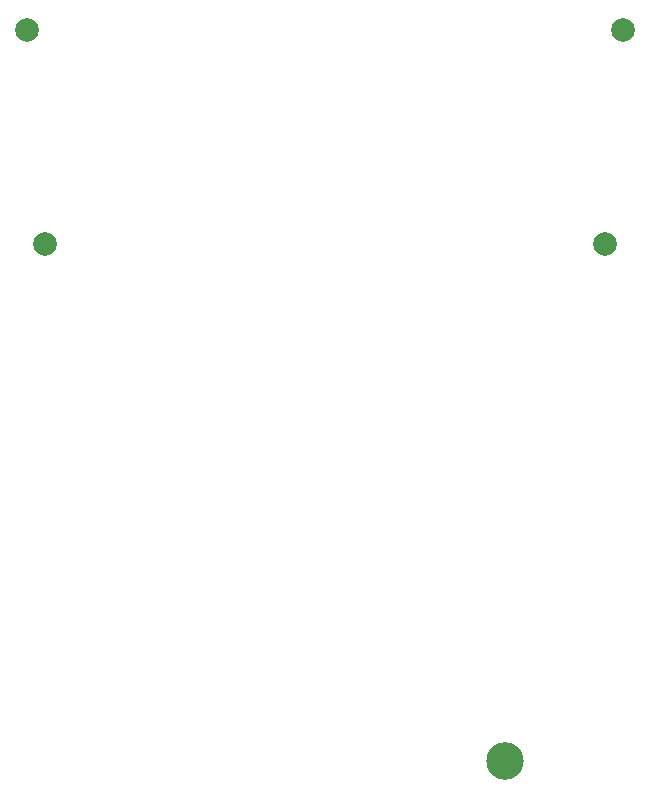
<source format=gbr>
%TF.GenerationSoftware,KiCad,Pcbnew,5.1.5-52549c5~84~ubuntu18.04.1*%
%TF.CreationDate,2020-02-26T10:28:40-05:00*%
%TF.ProjectId,LV_Breakout,4c565f42-7265-4616-9b6f-75742e6b6963,rev?*%
%TF.SameCoordinates,PX678e028PY6d01460*%
%TF.FileFunction,NonPlated,1,2,NPTH,Drill*%
%TF.FilePolarity,Positive*%
%FSLAX46Y46*%
G04 Gerber Fmt 4.6, Leading zero omitted, Abs format (unit mm)*
G04 Created by KiCad (PCBNEW 5.1.5-52549c5~84~ubuntu18.04.1) date 2020-02-26 10:28:40*
%MOMM*%
%LPD*%
G04 APERTURE LIST*
%TA.AperFunction,ComponentDrill*%
%ADD10C,2.000000*%
%TD*%
%TA.AperFunction,ComponentDrill*%
%ADD11C,3.180000*%
%TD*%
G04 APERTURE END LIST*
D10*
%TO.C,J4*%
X5915000Y80960000D03*
X7415000Y62860000D03*
X54815000Y62860000D03*
X56315000Y80960000D03*
D11*
%TO.C,J3*%
X46355000Y19070000D03*
M02*

</source>
